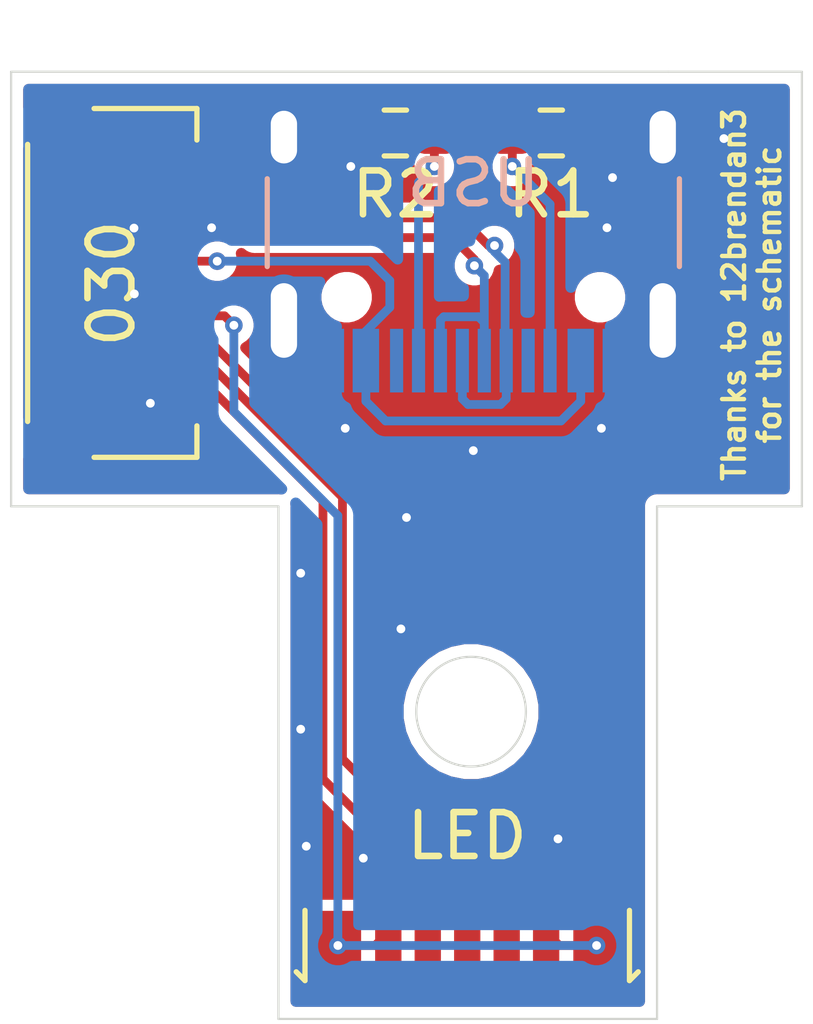
<source format=kicad_pcb>
(kicad_pcb (version 20171130) (host pcbnew "(5.1.10)-1")

  (general
    (thickness 1.6)
    (drawings 11)
    (tracks 119)
    (zones 0)
    (modules 5)
    (nets 13)
  )

  (page A4)
  (layers
    (0 F.Cu signal)
    (31 B.Cu signal)
    (32 B.Adhes user hide)
    (33 F.Adhes user hide)
    (34 B.Paste user)
    (35 F.Paste user)
    (36 B.SilkS user)
    (37 F.SilkS user)
    (38 B.Mask user)
    (39 F.Mask user)
    (40 Dwgs.User user hide)
    (41 Cmts.User user hide)
    (42 Eco1.User user hide)
    (43 Eco2.User user hide)
    (44 Edge.Cuts user)
    (45 Margin user hide)
    (46 B.CrtYd user hide)
    (47 F.CrtYd user hide)
    (48 B.Fab user hide)
    (49 F.Fab user hide)
  )

  (setup
    (last_trace_width 0.2)
    (user_trace_width 0.2)
    (trace_clearance 0.175)
    (zone_clearance 0.25)
    (zone_45_only no)
    (trace_min 0.15)
    (via_size 0.4)
    (via_drill 0.2)
    (via_min_size 0.4)
    (via_min_drill 0.2)
    (user_via 0.6 0.3)
    (uvia_size 0.4)
    (uvia_drill 0.2)
    (uvias_allowed no)
    (uvia_min_size 0.4)
    (uvia_min_drill 0.2)
    (edge_width 0.05)
    (segment_width 0.2)
    (pcb_text_width 0.3)
    (pcb_text_size 1.5 1.5)
    (mod_edge_width 0.12)
    (mod_text_size 1 1)
    (mod_text_width 0.15)
    (pad_size 1.524 1.524)
    (pad_drill 0.762)
    (pad_to_mask_clearance 0)
    (aux_axis_origin 0 0)
    (visible_elements 7FFFFFFF)
    (pcbplotparams
      (layerselection 0x010f0_ffffffff)
      (usegerberextensions false)
      (usegerberattributes true)
      (usegerberadvancedattributes true)
      (creategerberjobfile true)
      (excludeedgelayer true)
      (linewidth 0.100000)
      (plotframeref false)
      (viasonmask false)
      (mode 1)
      (useauxorigin false)
      (hpglpennumber 1)
      (hpglpenspeed 20)
      (hpglpendiameter 15.000000)
      (psnegative false)
      (psa4output false)
      (plotreference true)
      (plotvalue true)
      (plotinvisibletext false)
      (padsonsilk false)
      (subtractmaskfromsilk false)
      (outputformat 1)
      (mirror false)
      (drillshape 0)
      (scaleselection 1)
      (outputdirectory "../Gerbers/030/"))
  )

  (net 0 "")
  (net 1 +5V)
  (net 2 /G)
  (net 3 /R)
  (net 4 /B)
  (net 5 GND)
  (net 6 /D+)
  (net 7 /D-)
  (net 8 "Net-(J2-PadB5)")
  (net 9 "Net-(J2-PadA8)")
  (net 10 "Net-(J2-PadA5)")
  (net 11 "Net-(J2-PadB8)")
  (net 12 /Annode)

  (net_class Default "This is the default net class."
    (clearance 0.175)
    (trace_width 0.2)
    (via_dia 0.4)
    (via_drill 0.2)
    (uvia_dia 0.4)
    (uvia_drill 0.2)
    (add_net +5V)
    (add_net /Annode)
    (add_net /B)
    (add_net /D+)
    (add_net /D-)
    (add_net /G)
    (add_net /R)
    (add_net GND)
    (add_net "Net-(J2-PadA5)")
    (add_net "Net-(J2-PadA8)")
    (add_net "Net-(J2-PadB5)")
    (add_net "Net-(J2-PadB8)")
  )

  (module Resistor_SMD:R_0603_1608Metric_Pad0.98x0.95mm_HandSolder (layer F.Cu) (tedit 5F68FEEE) (tstamp 6254EA32)
    (at 104.521 53.721)
    (descr "Resistor SMD 0603 (1608 Metric), square (rectangular) end terminal, IPC_7351 nominal with elongated pad for handsoldering. (Body size source: IPC-SM-782 page 72, https://www.pcb-3d.com/wordpress/wp-content/uploads/ipc-sm-782a_amendment_1_and_2.pdf), generated with kicad-footprint-generator")
    (tags "resistor handsolder")
    (path /62271E0B)
    (attr smd)
    (fp_text reference R2 (at 0 1.397 180) (layer F.SilkS)
      (effects (font (size 1 1) (thickness 0.15)))
    )
    (fp_text value 5.1k (at 0 1.43) (layer F.Fab)
      (effects (font (size 1 1) (thickness 0.15)))
    )
    (fp_line (start 1.65 0.73) (end -1.65 0.73) (layer F.CrtYd) (width 0.05))
    (fp_line (start 1.65 -0.73) (end 1.65 0.73) (layer F.CrtYd) (width 0.05))
    (fp_line (start -1.65 -0.73) (end 1.65 -0.73) (layer F.CrtYd) (width 0.05))
    (fp_line (start -1.65 0.73) (end -1.65 -0.73) (layer F.CrtYd) (width 0.05))
    (fp_line (start -0.254724 0.5225) (end 0.254724 0.5225) (layer F.SilkS) (width 0.12))
    (fp_line (start -0.254724 -0.5225) (end 0.254724 -0.5225) (layer F.SilkS) (width 0.12))
    (fp_line (start 0.8 0.4125) (end -0.8 0.4125) (layer F.Fab) (width 0.1))
    (fp_line (start 0.8 -0.4125) (end 0.8 0.4125) (layer F.Fab) (width 0.1))
    (fp_line (start -0.8 -0.4125) (end 0.8 -0.4125) (layer F.Fab) (width 0.1))
    (fp_line (start -0.8 0.4125) (end -0.8 -0.4125) (layer F.Fab) (width 0.1))
    (fp_text user %R (at 0 0) (layer F.Fab)
      (effects (font (size 0.4 0.4) (thickness 0.06)))
    )
    (pad 2 smd roundrect (at 0.9125 0) (size 0.975 0.95) (layers F.Cu F.Paste F.Mask) (roundrect_rratio 0.25)
      (net 10 "Net-(J2-PadA5)"))
    (pad 1 smd roundrect (at -0.9125 0) (size 0.975 0.95) (layers F.Cu F.Paste F.Mask) (roundrect_rratio 0.25)
      (net 5 GND))
    (model ${KISYS3DMOD}/Resistor_SMD.3dshapes/R_0603_1608Metric.wrl
      (at (xyz 0 0 0))
      (scale (xyz 1 1 1))
      (rotate (xyz 0 0 0))
    )
  )

  (module Connector_USB:USB_C_Receptacle_HRO_TYPE-C-31-M-12 (layer B.Cu) (tedit 6227DAC5) (tstamp 62273017)
    (at 106.299 54.864)
    (descr "USB Type-C receptacle for USB 2.0 and PD, http://www.krhro.com/uploads/soft/180320/1-1P320120243.pdf")
    (tags "usb usb-c 2.0 pd")
    (path /6226C837)
    (attr smd)
    (fp_text reference USB (at 0 0) (layer B.SilkS)
      (effects (font (size 1 1) (thickness 0.15)) (justify mirror))
    )
    (fp_text value USB_C_Receptacle_USB2.0 (at 0 -5.1) (layer B.Fab)
      (effects (font (size 1 1) (thickness 0.15)) (justify mirror))
    )
    (fp_line (start -4.7 1.9) (end -4.7 -0.1) (layer B.SilkS) (width 0.12))
    (fp_line (start 4.7 1.9) (end 4.7 -0.1) (layer B.SilkS) (width 0.12))
    (fp_line (start 5.32 5.27) (end 5.32 -4.15) (layer B.CrtYd) (width 0.05))
    (fp_line (start -5.32 5.27) (end -5.32 -4.15) (layer B.CrtYd) (width 0.05))
    (fp_line (start -5.32 -4.15) (end 5.32 -4.15) (layer B.CrtYd) (width 0.05))
    (fp_line (start -5.32 5.27) (end 5.32 5.27) (layer B.CrtYd) (width 0.05))
    (fp_line (start 4.47 3.65) (end 4.47 -3.65) (layer B.Fab) (width 0.1))
    (fp_line (start -4.47 -3.65) (end 4.47 -3.65) (layer B.Fab) (width 0.1))
    (fp_line (start -4.47 3.65) (end -4.47 -3.65) (layer B.Fab) (width 0.1))
    (fp_line (start -4.47 3.65) (end 4.47 3.65) (layer B.Fab) (width 0.1))
    (fp_text user %R (at 0 0) (layer B.Fab)
      (effects (font (size 1 1) (thickness 0.15)) (justify mirror))
    )
    (pad S1 thru_hole oval (at 4.32 -1.05) (size 1 1.6) (drill oval 0.6 1.2) (layers *.Cu *.Mask)
      (net 5 GND))
    (pad "" np_thru_hole circle (at 2.89 2.6) (size 0.65 0.65) (drill 0.65) (layers *.Cu *.Mask))
    (pad S1 thru_hole oval (at -4.32 -1.05) (size 1 1.6) (drill oval 0.6 1.2) (layers *.Cu *.Mask)
      (net 5 GND))
    (pad "" np_thru_hole circle (at -2.89 2.6) (size 0.65 0.65) (drill 0.65) (layers *.Cu *.Mask))
    (pad S1 thru_hole oval (at -4.32 3.13) (size 1 2.1) (drill oval 0.6 1.7) (layers *.Cu *.Mask)
      (net 5 GND))
    (pad S1 thru_hole oval (at 4.32 3.13) (size 1 2.1) (drill oval 0.6 1.7) (layers *.Cu *.Mask)
      (net 5 GND))
    (pad A6 smd rect (at -0.25 4.045) (size 0.3 1.45) (layers B.Cu B.Paste B.Mask)
      (net 6 /D+))
    (pad B5 smd rect (at 1.75 4.045) (size 0.3 1.45) (layers B.Cu B.Paste B.Mask)
      (net 8 "Net-(J2-PadB5)"))
    (pad A8 smd rect (at 1.25 4.045) (size 0.3 1.45) (layers B.Cu B.Paste B.Mask)
      (net 9 "Net-(J2-PadA8)"))
    (pad B6 smd rect (at 0.75 4.045) (size 0.3 1.45) (layers B.Cu B.Paste B.Mask)
      (net 6 /D+))
    (pad A7 smd rect (at 0.25 4.045) (size 0.3 1.45) (layers B.Cu B.Paste B.Mask)
      (net 7 /D-))
    (pad B7 smd rect (at -0.75 4.045) (size 0.3 1.45) (layers B.Cu B.Paste B.Mask)
      (net 7 /D-))
    (pad A5 smd rect (at -1.25 4.045) (size 0.3 1.45) (layers B.Cu B.Paste B.Mask)
      (net 10 "Net-(J2-PadA5)"))
    (pad B8 smd rect (at -1.75 4.045) (size 0.3 1.45) (layers B.Cu B.Paste B.Mask)
      (net 11 "Net-(J2-PadB8)"))
    (pad A12 smd rect (at 3.25 4.045) (size 0.6 1.45) (layers B.Cu B.Paste B.Mask)
      (net 5 GND))
    (pad B4 smd rect (at 2.45 4.045) (size 0.6 1.45) (layers B.Cu B.Paste B.Mask)
      (net 1 +5V))
    (pad A4 smd rect (at -2.45 4.045) (size 0.6 1.45) (layers B.Cu B.Paste B.Mask)
      (net 1 +5V))
    (pad A1 smd rect (at -3.25 4.045) (size 0.6 1.45) (layers B.Cu B.Paste B.Mask)
      (net 5 GND))
    (pad B12 smd rect (at -3.25 4.045) (size 0.6 1.45) (layers B.Cu B.Paste B.Mask)
      (net 5 GND))
    (pad B9 smd rect (at -2.45 4.045) (size 0.6 1.45) (layers B.Cu B.Paste B.Mask)
      (net 1 +5V))
    (pad A9 smd rect (at 2.45 4.045) (size 0.6 1.45) (layers B.Cu B.Paste B.Mask)
      (net 1 +5V))
    (pad B1 smd rect (at 3.25 4.045) (size 0.6 1.45) (layers B.Cu B.Paste B.Mask)
      (net 5 GND))
    (model ${KISYS3DMOD}/Connector_USB.3dshapes/USB_C_Receptacle_HRO_TYPE-C-31-M-12.wrl
      (at (xyz 0 0 0))
      (scale (xyz 1 1 1))
      (rotate (xyz 0 0 0))
    )
  )

  (module "Molex 5034801200:503480-1200" (layer F.Cu) (tedit 6226D3C6) (tstamp 62273D47)
    (at 98.0646 57.138001 270)
    (path /622766B6)
    (fp_text reference J1 (at 0 -1.5034 270) (layer F.SilkS) hide
      (effects (font (size 1 1) (thickness 0.15)))
    )
    (fp_text value 030 (at 0.011999 0.0206 270) (layer F.SilkS)
      (effects (font (size 1 1) (thickness 0.15)))
    )
    (fp_line (start -3.1585 1.9304) (end 3.1585 1.9304) (layer F.SilkS) (width 0.12))
    (fp_line (start 3.9751 0.414919) (end 3.9751 -1.9304) (layer F.SilkS) (width 0.12))
    (fp_line (start 3.9751 -1.9304) (end 3.257345 -1.9304) (layer F.SilkS) (width 0.12))
    (fp_line (start -3.9751 -1.9304) (end -3.9751 0.414919) (layer F.SilkS) (width 0.12))
    (fp_line (start -3.8481 1.8034) (end 3.8481 1.8034) (layer F.Fab) (width 0.1))
    (fp_line (start 3.8481 1.8034) (end 3.8481 -1.8034) (layer F.Fab) (width 0.1))
    (fp_line (start 3.8481 -1.8034) (end -3.8481 -1.8034) (layer F.Fab) (width 0.1))
    (fp_line (start -3.8481 -1.8034) (end -3.8481 1.8034) (layer F.Fab) (width 0.1))
    (fp_line (start -3.257345 -1.9304) (end -3.9751 -1.9304) (layer F.SilkS) (width 0.12))
    (fp_line (start -4.1021 -2.1384) (end -4.1021 2.0574) (layer F.CrtYd) (width 0.05))
    (fp_line (start -4.1021 2.0574) (end 4.1021 2.0574) (layer F.CrtYd) (width 0.05))
    (fp_line (start 4.1021 2.0574) (end 4.1021 -2.1384) (layer F.CrtYd) (width 0.05))
    (fp_line (start 4.1021 -2.1384) (end -4.1021 -2.1384) (layer F.CrtYd) (width 0.05))
    (fp_text user "Copyright 2021 Accelerated Designs. All rights reserved." (at 0 0 270) (layer Cmts.User)
      (effects (font (size 0.127 0.127) (thickness 0.002)))
    )
    (fp_text user * (at 0 0 270) (layer F.Fab)
      (effects (font (size 1 1) (thickness 0.15)))
    )
    (pad 1 smd rect (at -2.75 -1.5034 270) (size 0.3556 0.762) (layers F.Cu F.Paste F.Mask)
      (net 5 GND))
    (pad 2 smd rect (at -2.250001 -1.5034 270) (size 0.3556 0.762) (layers F.Cu F.Paste F.Mask)
      (net 6 /D+))
    (pad 3 smd rect (at -1.749999 -1.5034 270) (size 0.3556 0.762) (layers F.Cu F.Paste F.Mask)
      (net 7 /D-))
    (pad 4 smd rect (at -1.25 -1.5034 270) (size 0.3556 0.762) (layers F.Cu F.Paste F.Mask)
      (net 5 GND))
    (pad 5 smd rect (at -0.750001 -1.5034 270) (size 0.3556 0.762) (layers F.Cu F.Paste F.Mask)
      (net 1 +5V))
    (pad 6 smd rect (at -0.25 -1.5034 270) (size 0.3556 0.762) (layers F.Cu F.Paste F.Mask)
      (net 1 +5V))
    (pad 7 smd rect (at 0.25 -1.5034 270) (size 0.3556 0.762) (layers F.Cu F.Paste F.Mask)
      (net 5 GND))
    (pad 8 smd rect (at 0.750001 -1.5034 270) (size 0.3556 0.762) (layers F.Cu F.Paste F.Mask)
      (net 12 /Annode))
    (pad 9 smd rect (at 1.25 -1.5034 270) (size 0.3556 0.762) (layers F.Cu F.Paste F.Mask)
      (net 2 /G))
    (pad 10 smd rect (at 1.749999 -1.5034 270) (size 0.3556 0.762) (layers F.Cu F.Paste F.Mask)
      (net 3 /R))
    (pad 11 smd rect (at 2.250001 -1.5034 270) (size 0.3556 0.762) (layers F.Cu F.Paste F.Mask)
      (net 4 /B))
    (pad 12 smd rect (at 2.75 -1.5034 270) (size 0.3556 0.762) (layers F.Cu F.Paste F.Mask)
      (net 5 GND))
    (pad 13 smd rect (at -3.540001 1.1466 270) (size 0.3556 1.0414) (layers F.Cu F.Paste F.Mask))
    (pad 14 smd rect (at 3.540001 1.1466 270) (size 0.3556 1.0414) (layers F.Cu F.Paste F.Mask))
  )

  (module MSL0104RGB:MSL0104RGB (layer F.Cu) (tedit 6118361D) (tstamp 625B80A6)
    (at 106.16 71.94 180)
    (path /6226D102)
    (fp_text reference D1 (at 0 -5.9) (layer F.Fab)
      (effects (font (size 1 1) (thickness 0.15)))
    )
    (fp_text value MSL0104RGB (at 0 -4.6) (layer F.Fab)
      (effects (font (size 1 1) (thickness 0.15)))
    )
    (fp_line (start 3.7 0.5) (end 3.7 -1.1) (layer F.SilkS) (width 0.12))
    (fp_line (start 3.7 -1.1) (end 3.9 -0.9) (layer F.SilkS) (width 0.12))
    (fp_line (start -3.7 0.5) (end -3.7 -1.1) (layer F.SilkS) (width 0.12))
    (fp_line (start -3.7 -1.1) (end -3.9 -0.9) (layer F.SilkS) (width 0.12))
    (fp_text user LED (at 0.002 2.196) (layer F.SilkS)
      (effects (font (size 1 1) (thickness 0.15)))
    )
    (pad 1 smd rect (at -2.95 -0.3 180) (size 1.06 1.58) (layers F.Cu F.Paste F.Mask)
      (net 12 /Annode))
    (pad 2 smd rect (at -1.8 0 180) (size 0.6 2.18) (layers F.Cu F.Paste F.Mask)
      (net 12 /Annode))
    (pad 3 smd rect (at -0.9 0 180) (size 0.6 2.18) (layers F.Cu F.Paste F.Mask)
      (net 2 /G))
    (pad 4 smd rect (at 0 0 180) (size 0.6 2.18) (layers F.Cu F.Paste F.Mask)
      (net 3 /R))
    (pad 5 smd rect (at 0.9 0 180) (size 0.6 2.18) (layers F.Cu F.Paste F.Mask)
      (net 4 /B))
    (pad 6 smd rect (at 1.8 0 180) (size 0.6 2.18) (layers F.Cu F.Paste F.Mask)
      (net 12 /Annode))
    (pad 7 smd rect (at 2.95 -0.3 180) (size 1.06 1.58) (layers F.Cu F.Paste F.Mask)
      (net 12 /Annode))
  )

  (module Resistor_SMD:R_0603_1608Metric_Pad0.98x0.95mm_HandSolder (layer F.Cu) (tedit 5F68FEEE) (tstamp 62272FA0)
    (at 108.077 53.721)
    (descr "Resistor SMD 0603 (1608 Metric), square (rectangular) end terminal, IPC_7351 nominal with elongated pad for handsoldering. (Body size source: IPC-SM-782 page 72, https://www.pcb-3d.com/wordpress/wp-content/uploads/ipc-sm-782a_amendment_1_and_2.pdf), generated with kicad-footprint-generator")
    (tags "resistor handsolder")
    (path /622719F9)
    (attr smd)
    (fp_text reference R1 (at 0 1.397) (layer F.SilkS)
      (effects (font (size 1 1) (thickness 0.15)))
    )
    (fp_text value 5.1k (at 0 1.43) (layer F.Fab)
      (effects (font (size 1 1) (thickness 0.15)))
    )
    (fp_line (start -0.8 0.4125) (end -0.8 -0.4125) (layer F.Fab) (width 0.1))
    (fp_line (start -0.8 -0.4125) (end 0.8 -0.4125) (layer F.Fab) (width 0.1))
    (fp_line (start 0.8 -0.4125) (end 0.8 0.4125) (layer F.Fab) (width 0.1))
    (fp_line (start 0.8 0.4125) (end -0.8 0.4125) (layer F.Fab) (width 0.1))
    (fp_line (start -0.254724 -0.5225) (end 0.254724 -0.5225) (layer F.SilkS) (width 0.12))
    (fp_line (start -0.254724 0.5225) (end 0.254724 0.5225) (layer F.SilkS) (width 0.12))
    (fp_line (start -1.65 0.73) (end -1.65 -0.73) (layer F.CrtYd) (width 0.05))
    (fp_line (start -1.65 -0.73) (end 1.65 -0.73) (layer F.CrtYd) (width 0.05))
    (fp_line (start 1.65 -0.73) (end 1.65 0.73) (layer F.CrtYd) (width 0.05))
    (fp_line (start 1.65 0.73) (end -1.65 0.73) (layer F.CrtYd) (width 0.05))
    (fp_text user %R (at 0 0) (layer F.Fab)
      (effects (font (size 0.4 0.4) (thickness 0.06)))
    )
    (pad 1 smd roundrect (at -0.9125 0) (size 0.975 0.95) (layers F.Cu F.Paste F.Mask) (roundrect_rratio 0.25)
      (net 8 "Net-(J2-PadB5)"))
    (pad 2 smd roundrect (at 0.9125 0) (size 0.975 0.95) (layers F.Cu F.Paste F.Mask) (roundrect_rratio 0.25)
      (net 5 GND))
    (model ${KISYS3DMOD}/Resistor_SMD.3dshapes/R_0603_1608Metric.wrl
      (at (xyz 0 0 0))
      (scale (xyz 1 1 1))
      (rotate (xyz 0 0 0))
    )
  )

  (gr_text "Thanks to 12brendan3\nfor the schematic" (at 112.649 57.404 90) (layer F.SilkS)
    (effects (font (size 0.5 0.5) (thickness 0.1)))
  )
  (gr_line (start 101.854 73.914) (end 110.49 73.914) (layer Edge.Cuts) (width 0.05))
  (gr_line (start 95.758 52.324) (end 95.758 62.23) (layer Edge.Cuts) (width 0.05))
  (gr_line (start 95.758 62.23) (end 101.854 62.23) (layer Edge.Cuts) (width 0.05))
  (gr_line (start 110.744 52.324) (end 95.758 52.324) (layer Edge.Cuts) (width 0.05))
  (gr_line (start 101.854 62.23) (end 101.854 73.914) (layer Edge.Cuts) (width 0.05))
  (gr_line (start 110.49 73.914) (end 110.49 62.23) (layer Edge.Cuts) (width 0.05) (tstamp 62273066))
  (gr_circle (center 106.247557 66.91) (end 107.497556 66.91) (layer Edge.Cuts) (width 0.05) (tstamp 62273069))
  (gr_line (start 110.49 62.23) (end 113.792 62.23) (layer Edge.Cuts) (width 0.05) (tstamp 6227306C))
  (gr_line (start 113.792 62.23) (end 113.792 52.324) (layer Edge.Cuts) (width 0.05) (tstamp 6227306F))
  (gr_line (start 113.792 52.324) (end 110.744 52.324) (layer Edge.Cuts) (width 0.05))

  (via (at 100.457 56.642) (size 0.4) (drill 0.2) (layers F.Cu B.Cu) (net 1))
  (segment (start 99.568 56.642) (end 100.457 56.642) (width 0.2) (layer F.Cu) (net 1))
  (segment (start 99.568 56.388) (end 99.568 56.642) (width 0.2) (layer F.Cu) (net 1))
  (segment (start 99.568 56.642) (end 99.568 56.888001) (width 0.2) (layer F.Cu) (net 1))
  (segment (start 104.009001 58.748999) (end 103.849 58.909) (width 0.2) (layer B.Cu) (net 1))
  (segment (start 108.749 59.834) (end 108.749 58.909) (width 0.2) (layer B.Cu) (net 1))
  (segment (start 108.298989 60.284011) (end 108.749 59.834) (width 0.2) (layer B.Cu) (net 1))
  (segment (start 104.299011 60.284011) (end 108.298989 60.284011) (width 0.2) (layer B.Cu) (net 1))
  (segment (start 103.849 59.834) (end 104.299011 60.284011) (width 0.2) (layer B.Cu) (net 1))
  (segment (start 103.849 58.909) (end 103.849 59.834) (width 0.2) (layer B.Cu) (net 1))
  (segment (start 103.849 58.238998) (end 103.849 58.909) (width 0.2) (layer B.Cu) (net 1))
  (segment (start 104.394 57.693998) (end 103.849 58.238998) (width 0.2) (layer B.Cu) (net 1))
  (segment (start 104.394 57.0865) (end 104.394 57.693998) (width 0.2) (layer B.Cu) (net 1))
  (segment (start 103.9495 56.642) (end 104.394 57.0865) (width 0.2) (layer B.Cu) (net 1))
  (segment (start 100.457 56.642) (end 103.9495 56.642) (width 0.2) (layer B.Cu) (net 1))
  (segment (start 100.209687 58.388001) (end 103.759 61.937314) (width 0.2) (layer F.Cu) (net 2))
  (segment (start 99.568 58.388001) (end 100.209687 58.388001) (width 0.2) (layer F.Cu) (net 2))
  (segment (start 107.072 70.846) (end 107.072 72.136) (width 0.2) (layer F.Cu) (net 2))
  (segment (start 103.759 67.533) (end 107.072 70.846) (width 0.2) (layer F.Cu) (net 2))
  (segment (start 103.759 61.937314) (end 103.759 67.533) (width 0.2) (layer F.Cu) (net 2))
  (segment (start 100.179342 58.888) (end 103.3145 62.023158) (width 0.2) (layer F.Cu) (net 3))
  (segment (start 99.568 58.888) (end 100.179342 58.888) (width 0.2) (layer F.Cu) (net 3))
  (segment (start 106.172 70.846) (end 106.172 72.136) (width 0.2) (layer F.Cu) (net 3))
  (segment (start 103.3145 67.9885) (end 106.172 70.846) (width 0.2) (layer F.Cu) (net 3))
  (segment (start 103.3145 62.023158) (end 103.3145 67.9885) (width 0.2) (layer F.Cu) (net 3))
  (segment (start 99.568001 59.388001) (end 99.568 59.388002) (width 0.2) (layer F.Cu) (net 4))
  (segment (start 100.149 59.388002) (end 102.87 62.109002) (width 0.2) (layer F.Cu) (net 4))
  (segment (start 99.568 59.388002) (end 100.149 59.388002) (width 0.2) (layer F.Cu) (net 4))
  (segment (start 105.272 70.846) (end 105.272 72.136) (width 0.2) (layer F.Cu) (net 4))
  (segment (start 102.87 68.444) (end 105.272 70.846) (width 0.2) (layer F.Cu) (net 4))
  (segment (start 102.87 62.109002) (end 102.87 68.444) (width 0.2) (layer F.Cu) (net 4))
  (segment (start 99.568 55.888001) (end 98.560001 55.888001) (width 0.2) (layer F.Cu) (net 5))
  (segment (start 99.568 57.388001) (end 98.567999 57.388001) (width 0.2) (layer F.Cu) (net 5))
  (segment (start 99.568 54.388001) (end 99.568 54.356) (width 0.2) (layer F.Cu) (net 5))
  (segment (start 98.560001 55.888001) (end 98.560001 55.888001) (width 0.2) (layer F.Cu) (net 5) (tstamp 62273A5C))
  (via (at 98.560001 55.888001) (size 0.4) (drill 0.2) (layers F.Cu B.Cu) (net 5))
  (segment (start 98.567999 57.388001) (end 98.567999 57.388001) (width 0.2) (layer F.Cu) (net 5) (tstamp 62273A5E))
  (via (at 98.567999 57.388001) (size 0.4) (drill 0.2) (layers F.Cu B.Cu) (net 5))
  (via (at 98.933 59.8805) (size 0.4) (drill 0.2) (layers F.Cu B.Cu) (net 5))
  (segment (start 98.940501 59.888001) (end 98.933 59.8805) (width 0.2) (layer F.Cu) (net 5))
  (segment (start 99.568 59.888001) (end 98.940501 59.888001) (width 0.2) (layer F.Cu) (net 5))
  (via (at 100.33 55.88) (size 0.4) (drill 0.2) (layers F.Cu B.Cu) (net 5))
  (segment (start 100.321999 55.888001) (end 100.33 55.88) (width 0.2) (layer F.Cu) (net 5))
  (segment (start 99.568 55.888001) (end 100.321999 55.888001) (width 0.2) (layer F.Cu) (net 5))
  (segment (start 99.568 54.388001) (end 99.568 54.102) (width 0.2) (layer F.Cu) (net 5))
  (via (at 102.362 63.754) (size 0.4) (drill 0.2) (layers F.Cu B.Cu) (net 5))
  (via (at 102.362 67.31) (size 0.4) (drill 0.2) (layers F.Cu B.Cu) (net 5))
  (via (at 102.489 69.977) (size 0.4) (drill 0.2) (layers F.Cu B.Cu) (net 5))
  (via (at 103.79 70.25) (size 0.4) (drill 0.2) (layers F.Cu B.Cu) (net 5))
  (via (at 108.23 69.81) (size 0.4) (drill 0.2) (layers F.Cu B.Cu) (net 5))
  (via (at 104.648 65.024) (size 0.4) (drill 0.2) (layers F.Cu B.Cu) (net 5))
  (via (at 104.775 62.484) (size 0.4) (drill 0.2) (layers F.Cu B.Cu) (net 5))
  (via (at 109.22 60.452) (size 0.4) (drill 0.2) (layers F.Cu B.Cu) (net 5))
  (via (at 109.347 55.88) (size 0.4) (drill 0.2) (layers F.Cu B.Cu) (net 5))
  (via (at 109.474 54.737) (size 0.4) (drill 0.2) (layers F.Cu B.Cu) (net 5))
  (via (at 103.505 54.483) (size 0.4) (drill 0.2) (layers F.Cu B.Cu) (net 5))
  (via (at 112.014 53.848) (size 0.4) (drill 0.2) (layers F.Cu B.Cu) (net 5))
  (via (at 103.378 60.452) (size 0.4) (drill 0.2) (layers F.Cu B.Cu) (net 5))
  (via (at 106.299 60.96) (size 0.4) (drill 0.2) (layers F.Cu B.Cu) (net 5))
  (segment (start 99.615201 54.935201) (end 99.568 54.888) (width 0.2) (layer F.Cu) (net 6))
  (via (at 106.78281 56.28519) (size 0.4) (drill 0.2) (layers F.Cu B.Cu) (net 6))
  (segment (start 106.641389 56.28519) (end 106.78281 56.28519) (width 0.2) (layer F.Cu) (net 6))
  (segment (start 100.139501 54.888) (end 100.164502 54.913001) (width 0.2) (layer F.Cu) (net 6))
  (segment (start 99.568 54.888) (end 100.139501 54.888) (width 0.2) (layer F.Cu) (net 6))
  (segment (start 100.164502 54.913001) (end 100.760701 54.913001) (width 0.2) (layer F.Cu) (net 6))
  (segment (start 100.760701 54.913001) (end 101.5027 55.655) (width 0.2) (layer F.Cu) (net 6))
  (segment (start 101.5027 55.655) (end 106.011199 55.655) (width 0.2) (layer F.Cu) (net 6))
  (segment (start 106.011199 55.655) (end 106.641389 56.28519) (width 0.2) (layer F.Cu) (net 6))
  (segment (start 107.049 59.779002) (end 107.049 58.909) (width 0.2) (layer B.Cu) (net 6))
  (segment (start 106.178999 59.909001) (end 106.919001 59.909001) (width 0.2) (layer B.Cu) (net 6))
  (segment (start 106.049 59.779002) (end 106.178999 59.909001) (width 0.2) (layer B.Cu) (net 6))
  (segment (start 106.919001 59.909001) (end 107.049 59.779002) (width 0.2) (layer B.Cu) (net 6))
  (segment (start 106.049 58.909) (end 106.049 59.779002) (width 0.2) (layer B.Cu) (net 6))
  (segment (start 107.024 58.884) (end 107.049 58.909) (width 0.2) (layer B.Cu) (net 6))
  (segment (start 107.024 56.667801) (end 107.024 58.884) (width 0.2) (layer B.Cu) (net 6))
  (segment (start 106.78281 56.426611) (end 107.024 56.667801) (width 0.2) (layer B.Cu) (net 6))
  (segment (start 106.78281 56.28519) (end 106.78281 56.426611) (width 0.2) (layer B.Cu) (net 6))
  (segment (start 106.32319 56.603389) (end 106.32319 56.74481) (width 0.2) (layer F.Cu) (net 7))
  (segment (start 105.824801 56.105) (end 106.32319 56.603389) (width 0.2) (layer F.Cu) (net 7))
  (segment (start 101.3163 56.105) (end 105.824801 56.105) (width 0.2) (layer F.Cu) (net 7))
  (segment (start 100.574301 55.363001) (end 101.3163 56.105) (width 0.2) (layer F.Cu) (net 7))
  (via (at 106.32319 56.74481) (size 0.4) (drill 0.2) (layers F.Cu B.Cu) (net 7))
  (segment (start 100.164502 55.363001) (end 100.574301 55.363001) (width 0.2) (layer F.Cu) (net 7))
  (segment (start 99.568 55.388002) (end 100.139501 55.388002) (width 0.2) (layer F.Cu) (net 7))
  (segment (start 100.139501 55.388002) (end 100.164502 55.363001) (width 0.2) (layer F.Cu) (net 7))
  (segment (start 106.549 58.038998) (end 106.549 58.909) (width 0.2) (layer B.Cu) (net 7))
  (segment (start 106.419001 57.908999) (end 106.549 58.038998) (width 0.2) (layer B.Cu) (net 7))
  (segment (start 105.549 57.984) (end 105.624001 57.908999) (width 0.2) (layer B.Cu) (net 7))
  (segment (start 105.549 58.909) (end 105.549 57.984) (width 0.2) (layer B.Cu) (net 7))
  (segment (start 105.624001 57.908999) (end 106.419001 57.908999) (width 0.2) (layer B.Cu) (net 7))
  (segment (start 106.549 56.97062) (end 106.549 58.909) (width 0.2) (layer B.Cu) (net 7))
  (segment (start 106.32319 56.74481) (end 106.549 56.97062) (width 0.2) (layer B.Cu) (net 7))
  (segment (start 108.049 58.909) (end 108.049 58.773) (width 0.25) (layer B.Cu) (net 8))
  (via (at 107.188 54.483) (size 0.4) (drill 0.2) (layers F.Cu B.Cu) (net 8))
  (segment (start 108.049 55.344) (end 107.188 54.483) (width 0.2) (layer B.Cu) (net 8))
  (segment (start 108.049 58.909) (end 108.049 55.344) (width 0.2) (layer B.Cu) (net 8))
  (segment (start 107.188 53.7445) (end 107.1645 53.721) (width 0.2) (layer F.Cu) (net 8))
  (segment (start 107.188 54.483) (end 107.188 53.7445) (width 0.2) (layer F.Cu) (net 8))
  (segment (start 105.029 53.4905) (end 105.1795 53.34) (width 0.2) (layer F.Cu) (net 10))
  (via (at 105.41 54.483) (size 0.4) (drill 0.2) (layers F.Cu B.Cu) (net 10))
  (segment (start 105.049 54.844) (end 105.41 54.483) (width 0.2) (layer B.Cu) (net 10))
  (segment (start 105.049 58.909) (end 105.049 54.844) (width 0.2) (layer B.Cu) (net 10))
  (segment (start 105.41 53.7445) (end 105.4335 53.721) (width 0.2) (layer F.Cu) (net 10))
  (segment (start 105.41 54.483) (end 105.41 53.7445) (width 0.2) (layer F.Cu) (net 10))
  (via (at 100.838 58.1025) (size 0.4) (drill 0.2) (layers F.Cu B.Cu) (net 12))
  (segment (start 100.623502 57.888002) (end 100.838 58.1025) (width 0.2) (layer F.Cu) (net 12))
  (segment (start 99.568 57.888002) (end 100.623502 57.888002) (width 0.2) (layer F.Cu) (net 12))
  (segment (start 104.06 72.24) (end 104.36 71.94) (width 0.2) (layer F.Cu) (net 12))
  (segment (start 103.21 72.24) (end 103.21 72.24) (width 0.2) (layer F.Cu) (net 12))
  (segment (start 108.26 72.24) (end 107.96 71.94) (width 0.2) (layer F.Cu) (net 12))
  (segment (start 109.11 72.24) (end 109.11 72.24) (width 0.2) (layer F.Cu) (net 12))
  (segment (start 103.21 72.24) (end 104.06 72.24) (width 0.2) (layer F.Cu) (net 12) (tstamp 625B8161))
  (via (at 103.21 72.24) (size 0.4) (drill 0.2) (layers F.Cu B.Cu) (net 12))
  (segment (start 109.11 72.24) (end 108.26 72.24) (width 0.2) (layer F.Cu) (net 12) (tstamp 625B8163))
  (via (at 109.11 72.24) (size 0.4) (drill 0.2) (layers F.Cu B.Cu) (net 12))
  (segment (start 109.11 72.24) (end 103.21 72.24) (width 0.2) (layer B.Cu) (net 12))
  (segment (start 100.838 60.071) (end 100.838 58.1025) (width 0.2) (layer B.Cu) (net 12))
  (segment (start 103.21 62.443) (end 100.838 60.071) (width 0.2) (layer B.Cu) (net 12))
  (segment (start 103.21 72.24) (end 103.21 62.443) (width 0.2) (layer B.Cu) (net 12))

  (zone (net 5) (net_name GND) (layer F.Cu) (tstamp 6254ED1D) (hatch edge 0.508)
    (connect_pads yes (clearance 0.25))
    (min_thickness 0.25)
    (fill yes (arc_segments 32) (thermal_gap 0.25) (thermal_bridge_width 0.508))
    (polygon
      (pts
        (xy 113.919 62.357) (xy 110.617 62.357) (xy 110.617 74.041) (xy 101.727 74.041) (xy 101.727 62.357)
        (xy 95.631 62.357) (xy 95.631 52.197) (xy 114.046 52.07)
      )
    )
    (filled_polygon
      (pts
        (xy 113.392 61.83) (xy 110.509647 61.83) (xy 110.49 61.828065) (xy 110.470354 61.83) (xy 110.470353 61.83)
        (xy 110.411586 61.835788) (xy 110.336186 61.85866) (xy 110.266697 61.895803) (xy 110.205789 61.945789) (xy 110.155803 62.006697)
        (xy 110.11866 62.076186) (xy 110.095788 62.151586) (xy 110.088065 62.23) (xy 110.090001 62.249657) (xy 110.09 73.514)
        (xy 102.254 73.514) (xy 102.254 62.249646) (xy 102.255935 62.23) (xy 102.249018 62.159771) (xy 102.395 62.305753)
        (xy 102.395001 68.420658) (xy 102.392702 68.444) (xy 102.401873 68.537116) (xy 102.429035 68.626654) (xy 102.473142 68.709173)
        (xy 102.5325 68.781501) (xy 102.550629 68.796379) (xy 104.227435 70.473186) (xy 104.06 70.473186) (xy 103.986487 70.480426)
        (xy 103.9158 70.501869) (xy 103.850653 70.536691) (xy 103.793552 70.583552) (xy 103.746691 70.640653) (xy 103.711869 70.7058)
        (xy 103.690426 70.776487) (xy 103.683186 70.85) (xy 103.683186 71.073186) (xy 102.68 71.073186) (xy 102.606487 71.080426)
        (xy 102.5358 71.101869) (xy 102.470653 71.136691) (xy 102.413552 71.183552) (xy 102.366691 71.240653) (xy 102.331869 71.3058)
        (xy 102.310426 71.376487) (xy 102.303186 71.45) (xy 102.303186 73.03) (xy 102.310426 73.103513) (xy 102.331869 73.1742)
        (xy 102.366691 73.239347) (xy 102.413552 73.296448) (xy 102.470653 73.343309) (xy 102.5358 73.378131) (xy 102.606487 73.399574)
        (xy 102.68 73.406814) (xy 103.74 73.406814) (xy 103.813513 73.399574) (xy 103.8842 73.378131) (xy 103.9 73.369686)
        (xy 103.9158 73.378131) (xy 103.986487 73.399574) (xy 104.06 73.406814) (xy 104.66 73.406814) (xy 104.733513 73.399574)
        (xy 104.8042 73.378131) (xy 104.81 73.375031) (xy 104.8158 73.378131) (xy 104.886487 73.399574) (xy 104.96 73.406814)
        (xy 105.56 73.406814) (xy 105.633513 73.399574) (xy 105.7042 73.378131) (xy 105.71 73.375031) (xy 105.7158 73.378131)
        (xy 105.786487 73.399574) (xy 105.86 73.406814) (xy 106.46 73.406814) (xy 106.533513 73.399574) (xy 106.6042 73.378131)
        (xy 106.61 73.375031) (xy 106.6158 73.378131) (xy 106.686487 73.399574) (xy 106.76 73.406814) (xy 107.36 73.406814)
        (xy 107.433513 73.399574) (xy 107.5042 73.378131) (xy 107.51 73.375031) (xy 107.5158 73.378131) (xy 107.586487 73.399574)
        (xy 107.66 73.406814) (xy 108.26 73.406814) (xy 108.333513 73.399574) (xy 108.4042 73.378131) (xy 108.42 73.369686)
        (xy 108.4358 73.378131) (xy 108.506487 73.399574) (xy 108.58 73.406814) (xy 109.64 73.406814) (xy 109.713513 73.399574)
        (xy 109.7842 73.378131) (xy 109.849347 73.343309) (xy 109.906448 73.296448) (xy 109.953309 73.239347) (xy 109.988131 73.1742)
        (xy 110.009574 73.103513) (xy 110.016814 73.03) (xy 110.016814 71.45) (xy 110.009574 71.376487) (xy 109.988131 71.3058)
        (xy 109.953309 71.240653) (xy 109.906448 71.183552) (xy 109.849347 71.136691) (xy 109.7842 71.101869) (xy 109.713513 71.080426)
        (xy 109.64 71.073186) (xy 108.636814 71.073186) (xy 108.636814 70.85) (xy 108.629574 70.776487) (xy 108.608131 70.7058)
        (xy 108.573309 70.640653) (xy 108.526448 70.583552) (xy 108.469347 70.536691) (xy 108.4042 70.501869) (xy 108.333513 70.480426)
        (xy 108.26 70.473186) (xy 107.66 70.473186) (xy 107.586487 70.480426) (xy 107.5158 70.501869) (xy 107.51 70.504969)
        (xy 107.5042 70.501869) (xy 107.433513 70.480426) (xy 107.372133 70.474381) (xy 104.234 67.33625) (xy 104.234 66.746311)
        (xy 104.5856 66.746311) (xy 104.5856 67.073689) (xy 104.649468 67.394775) (xy 104.774749 67.697232) (xy 104.95663 67.969436)
        (xy 105.188121 68.200927) (xy 105.460325 68.382808) (xy 105.762782 68.508089) (xy 106.083868 68.571957) (xy 106.411246 68.571957)
        (xy 106.732332 68.508089) (xy 107.034789 68.382808) (xy 107.306993 68.200927) (xy 107.538484 67.969436) (xy 107.720365 67.697232)
        (xy 107.845646 67.394775) (xy 107.909514 67.073689) (xy 107.909514 66.746311) (xy 107.845646 66.425225) (xy 107.720365 66.122768)
        (xy 107.538484 65.850564) (xy 107.306993 65.619073) (xy 107.034789 65.437192) (xy 106.732332 65.311911) (xy 106.411246 65.248043)
        (xy 106.083868 65.248043) (xy 105.762782 65.311911) (xy 105.460325 65.437192) (xy 105.188121 65.619073) (xy 104.95663 65.850564)
        (xy 104.774749 66.122768) (xy 104.649468 66.425225) (xy 104.5856 66.746311) (xy 104.234 66.746311) (xy 104.234 61.960646)
        (xy 104.236298 61.937314) (xy 104.227127 61.844198) (xy 104.199966 61.75466) (xy 104.155859 61.672141) (xy 104.111374 61.617936)
        (xy 104.096501 61.599813) (xy 104.078377 61.584939) (xy 101.106921 58.613485) (xy 101.110365 58.612058) (xy 101.204541 58.549132)
        (xy 101.284632 58.469041) (xy 101.347558 58.374865) (xy 101.390903 58.270221) (xy 101.413 58.159133) (xy 101.413 58.045867)
        (xy 101.390903 57.934779) (xy 101.347558 57.830135) (xy 101.284632 57.735959) (xy 101.204541 57.655868) (xy 101.110365 57.592942)
        (xy 101.005721 57.549597) (xy 100.945243 57.537567) (xy 100.888675 57.491143) (xy 100.806156 57.447036) (xy 100.716618 57.419875)
        (xy 100.646834 57.413002) (xy 100.623502 57.410704) (xy 100.60017 57.413002) (xy 100.177976 57.413002) (xy 100.158347 57.396893)
        (xy 100.15491 57.395056) (xy 102.709 57.395056) (xy 102.709 57.532944) (xy 102.735901 57.668182) (xy 102.788668 57.795574)
        (xy 102.865274 57.910224) (xy 102.962776 58.007726) (xy 103.077426 58.084332) (xy 103.204818 58.137099) (xy 103.340056 58.164)
        (xy 103.477944 58.164) (xy 103.613182 58.137099) (xy 103.740574 58.084332) (xy 103.855224 58.007726) (xy 103.952726 57.910224)
        (xy 104.029332 57.795574) (xy 104.082099 57.668182) (xy 104.109 57.532944) (xy 104.109 57.395056) (xy 108.489 57.395056)
        (xy 108.489 57.532944) (xy 108.515901 57.668182) (xy 108.568668 57.795574) (xy 108.645274 57.910224) (xy 108.742776 58.007726)
        (xy 108.857426 58.084332) (xy 108.984818 58.137099) (xy 109.120056 58.164) (xy 109.257944 58.164) (xy 109.393182 58.137099)
        (xy 109.520574 58.084332) (xy 109.635224 58.007726) (xy 109.732726 57.910224) (xy 109.809332 57.795574) (xy 109.862099 57.668182)
        (xy 109.889 57.532944) (xy 109.889 57.395056) (xy 109.862099 57.259818) (xy 109.809332 57.132426) (xy 109.732726 57.017776)
        (xy 109.635224 56.920274) (xy 109.520574 56.843668) (xy 109.393182 56.790901) (xy 109.257944 56.764) (xy 109.120056 56.764)
        (xy 108.984818 56.790901) (xy 108.857426 56.843668) (xy 108.742776 56.920274) (xy 108.645274 57.017776) (xy 108.568668 57.132426)
        (xy 108.515901 57.259818) (xy 108.489 57.395056) (xy 104.109 57.395056) (xy 104.082099 57.259818) (xy 104.029332 57.132426)
        (xy 103.952726 57.017776) (xy 103.855224 56.920274) (xy 103.740574 56.843668) (xy 103.613182 56.790901) (xy 103.477944 56.764)
        (xy 103.340056 56.764) (xy 103.204818 56.790901) (xy 103.077426 56.843668) (xy 102.962776 56.920274) (xy 102.865274 57.017776)
        (xy 102.788668 57.132426) (xy 102.735901 57.259818) (xy 102.709 57.395056) (xy 100.15491 57.395056) (xy 100.141712 57.388002)
        (xy 100.158347 57.37911) (xy 100.215448 57.332249) (xy 100.262309 57.275148) (xy 100.297131 57.210001) (xy 100.301004 57.197235)
        (xy 100.400367 57.217) (xy 100.513633 57.217) (xy 100.624721 57.194903) (xy 100.729365 57.151558) (xy 100.823541 57.088632)
        (xy 100.903632 57.008541) (xy 100.966558 56.914365) (xy 101.009903 56.809721) (xy 101.032 56.698633) (xy 101.032 56.585367)
        (xy 101.009903 56.474279) (xy 101.00598 56.464808) (xy 101.051127 56.501859) (xy 101.133646 56.545966) (xy 101.196022 56.564888)
        (xy 101.223183 56.573127) (xy 101.316299 56.582298) (xy 101.339632 56.58) (xy 105.628051 56.58) (xy 105.74819 56.70014)
        (xy 105.74819 56.801443) (xy 105.770287 56.912531) (xy 105.813632 57.017175) (xy 105.876558 57.111351) (xy 105.956649 57.191442)
        (xy 106.050825 57.254368) (xy 106.155469 57.297713) (xy 106.266557 57.31981) (xy 106.379823 57.31981) (xy 106.490911 57.297713)
        (xy 106.595555 57.254368) (xy 106.689731 57.191442) (xy 106.769822 57.111351) (xy 106.832748 57.017175) (xy 106.876093 56.912531)
        (xy 106.888443 56.850443) (xy 106.950531 56.838093) (xy 107.055175 56.794748) (xy 107.149351 56.731822) (xy 107.229442 56.651731)
        (xy 107.292368 56.557555) (xy 107.335713 56.452911) (xy 107.35781 56.341823) (xy 107.35781 56.228557) (xy 107.335713 56.117469)
        (xy 107.292368 56.012825) (xy 107.229442 55.918649) (xy 107.149351 55.838558) (xy 107.055175 55.775632) (xy 106.950531 55.732287)
        (xy 106.839443 55.71019) (xy 106.73814 55.71019) (xy 106.363583 55.335634) (xy 106.3487 55.317499) (xy 106.276372 55.258141)
        (xy 106.193853 55.214034) (xy 106.104315 55.186873) (xy 106.011199 55.177702) (xy 105.987867 55.18) (xy 101.699451 55.18)
        (xy 101.113085 54.593635) (xy 101.098202 54.5755) (xy 101.025874 54.516142) (xy 100.943355 54.472035) (xy 100.853817 54.444874)
        (xy 100.784033 54.438001) (xy 100.760701 54.435703) (xy 100.737369 54.438001) (xy 100.292377 54.438001) (xy 100.232617 54.419873)
        (xy 100.180041 54.414695) (xy 100.158347 54.396891) (xy 100.0932 54.362069) (xy 100.022513 54.340626) (xy 99.949 54.333386)
        (xy 99.187 54.333386) (xy 99.113487 54.340626) (xy 99.0428 54.362069) (xy 98.977653 54.396891) (xy 98.920552 54.443752)
        (xy 98.873691 54.500853) (xy 98.838869 54.566) (xy 98.817426 54.636687) (xy 98.810186 54.7102) (xy 98.810186 55.0658)
        (xy 98.817297 55.138001) (xy 98.810186 55.210202) (xy 98.810186 55.565802) (xy 98.817426 55.639315) (xy 98.838869 55.710002)
        (xy 98.873691 55.775149) (xy 98.920552 55.83225) (xy 98.977653 55.879111) (xy 98.994285 55.888001) (xy 98.977653 55.896891)
        (xy 98.920552 55.943752) (xy 98.873691 56.000853) (xy 98.838869 56.066) (xy 98.817426 56.136687) (xy 98.810186 56.2102)
        (xy 98.810186 56.5658) (xy 98.817297 56.638001) (xy 98.810186 56.710201) (xy 98.810186 57.065801) (xy 98.817426 57.139314)
        (xy 98.838869 57.210001) (xy 98.873691 57.275148) (xy 98.920552 57.332249) (xy 98.977653 57.37911) (xy 98.994288 57.388002)
        (xy 98.977653 57.396893) (xy 98.920552 57.443754) (xy 98.873691 57.500855) (xy 98.838869 57.566002) (xy 98.817426 57.636689)
        (xy 98.810186 57.710202) (xy 98.810186 58.065802) (xy 98.817297 58.138002) (xy 98.810186 58.210201) (xy 98.810186 58.565801)
        (xy 98.817297 58.638) (xy 98.810186 58.7102) (xy 98.810186 59.0658) (xy 98.817297 59.138001) (xy 98.810186 59.210202)
        (xy 98.810186 59.565802) (xy 98.817426 59.639315) (xy 98.838869 59.710002) (xy 98.873691 59.775149) (xy 98.920552 59.83225)
        (xy 98.977653 59.879111) (xy 99.0428 59.913933) (xy 99.113487 59.935376) (xy 99.187 59.942616) (xy 99.949 59.942616)
        (xy 100.022513 59.935376) (xy 100.024133 59.934885) (xy 101.924229 61.834982) (xy 101.873647 61.83) (xy 101.873646 61.83)
        (xy 101.854 61.828065) (xy 101.834353 61.83) (xy 96.158 61.83) (xy 96.158 61.14453) (xy 96.187953 61.169111)
        (xy 96.2531 61.203933) (xy 96.323787 61.225376) (xy 96.3973 61.232616) (xy 97.4387 61.232616) (xy 97.512213 61.225376)
        (xy 97.5829 61.203933) (xy 97.648047 61.169111) (xy 97.705148 61.12225) (xy 97.752009 61.065149) (xy 97.786831 61.000002)
        (xy 97.808274 60.929315) (xy 97.815514 60.855802) (xy 97.815514 60.500202) (xy 97.808274 60.426689) (xy 97.786831 60.356002)
        (xy 97.752009 60.290855) (xy 97.705148 60.233754) (xy 97.648047 60.186893) (xy 97.5829 60.152071) (xy 97.512213 60.130628)
        (xy 97.4387 60.123388) (xy 96.3973 60.123388) (xy 96.323787 60.130628) (xy 96.2531 60.152071) (xy 96.187953 60.186893)
        (xy 96.158 60.211474) (xy 96.158 54.064528) (xy 96.187953 54.089109) (xy 96.2531 54.123931) (xy 96.323787 54.145374)
        (xy 96.3973 54.152614) (xy 97.4387 54.152614) (xy 97.512213 54.145374) (xy 97.5829 54.123931) (xy 97.648047 54.089109)
        (xy 97.705148 54.042248) (xy 97.752009 53.985147) (xy 97.786831 53.92) (xy 97.808274 53.849313) (xy 97.815514 53.7758)
        (xy 97.815514 53.4905) (xy 104.551702 53.4905) (xy 104.560873 53.583616) (xy 104.569186 53.611019) (xy 104.569186 53.9585)
        (xy 104.58099 54.078347) (xy 104.615948 54.193588) (xy 104.672717 54.299795) (xy 104.749114 54.392886) (xy 104.835 54.46337)
        (xy 104.835 54.539633) (xy 104.857097 54.650721) (xy 104.900442 54.755365) (xy 104.963368 54.849541) (xy 105.043459 54.929632)
        (xy 105.137635 54.992558) (xy 105.242279 55.035903) (xy 105.353367 55.058) (xy 105.466633 55.058) (xy 105.577721 55.035903)
        (xy 105.682365 54.992558) (xy 105.776541 54.929632) (xy 105.856632 54.849541) (xy 105.919558 54.755365) (xy 105.962903 54.650721)
        (xy 105.985 54.539633) (xy 105.985 54.490554) (xy 106.024795 54.469283) (xy 106.117886 54.392886) (xy 106.194283 54.299795)
        (xy 106.251052 54.193588) (xy 106.28601 54.078347) (xy 106.297814 53.9585) (xy 106.297814 53.4835) (xy 106.300186 53.4835)
        (xy 106.300186 53.9585) (xy 106.31199 54.078347) (xy 106.346948 54.193588) (xy 106.403717 54.299795) (xy 106.480114 54.392886)
        (xy 106.573205 54.469283) (xy 106.613 54.490554) (xy 106.613 54.539633) (xy 106.635097 54.650721) (xy 106.678442 54.755365)
        (xy 106.741368 54.849541) (xy 106.821459 54.929632) (xy 106.915635 54.992558) (xy 107.020279 55.035903) (xy 107.131367 55.058)
        (xy 107.244633 55.058) (xy 107.355721 55.035903) (xy 107.460365 54.992558) (xy 107.554541 54.929632) (xy 107.634632 54.849541)
        (xy 107.697558 54.755365) (xy 107.740903 54.650721) (xy 107.763 54.539633) (xy 107.763 54.46337) (xy 107.848886 54.392886)
        (xy 107.925283 54.299795) (xy 107.982052 54.193588) (xy 108.01701 54.078347) (xy 108.028814 53.9585) (xy 108.028814 53.4835)
        (xy 108.01701 53.363653) (xy 107.982052 53.248412) (xy 107.925283 53.142205) (xy 107.848886 53.049114) (xy 107.755795 52.972717)
        (xy 107.649588 52.915948) (xy 107.534347 52.88099) (xy 107.4145 52.869186) (xy 106.9145 52.869186) (xy 106.794653 52.88099)
        (xy 106.679412 52.915948) (xy 106.573205 52.972717) (xy 106.480114 53.049114) (xy 106.403717 53.142205) (xy 106.346948 53.248412)
        (xy 106.31199 53.363653) (xy 106.300186 53.4835) (xy 106.297814 53.4835) (xy 106.28601 53.363653) (xy 106.251052 53.248412)
        (xy 106.194283 53.142205) (xy 106.117886 53.049114) (xy 106.024795 52.972717) (xy 105.918588 52.915948) (xy 105.803347 52.88099)
        (xy 105.6835 52.869186) (xy 105.245333 52.869186) (xy 105.179499 52.862702) (xy 105.086383 52.871873) (xy 104.996846 52.899035)
        (xy 104.98724 52.90417) (xy 104.948412 52.915948) (xy 104.842205 52.972717) (xy 104.749114 53.049114) (xy 104.672717 53.142205)
        (xy 104.615948 53.248412) (xy 104.610889 53.26509) (xy 104.588035 53.307846) (xy 104.560873 53.397384) (xy 104.551702 53.4905)
        (xy 97.815514 53.4905) (xy 97.815514 53.4202) (xy 97.808274 53.346687) (xy 97.786831 53.276) (xy 97.752009 53.210853)
        (xy 97.705148 53.153752) (xy 97.648047 53.106891) (xy 97.5829 53.072069) (xy 97.512213 53.050626) (xy 97.4387 53.043386)
        (xy 96.3973 53.043386) (xy 96.323787 53.050626) (xy 96.2531 53.072069) (xy 96.187953 53.106891) (xy 96.158 53.131472)
        (xy 96.158 52.724) (xy 113.392001 52.724)
      )
    )
    (filled_polygon
      (pts
        (xy 100.631422 56.091873) (xy 100.624721 56.089097) (xy 100.513633 56.067) (xy 100.400367 56.067) (xy 100.303292 56.08631)
        (xy 100.297131 56.066) (xy 100.262309 56.000853) (xy 100.215448 55.943752) (xy 100.158347 55.896891) (xy 100.141715 55.888001)
        (xy 100.158347 55.879111) (xy 100.180041 55.861307) (xy 100.232617 55.856129) (xy 100.292377 55.838001) (xy 100.377551 55.838001)
      )
    )
  )
  (zone (net 5) (net_name GND) (layer B.Cu) (tstamp 6254ED1A) (hatch edge 0.508)
    (connect_pads yes (clearance 0.25))
    (min_thickness 0.25)
    (fill yes (arc_segments 32) (thermal_gap 0.25) (thermal_bridge_width 0.508))
    (polygon
      (pts
        (xy 113.919 52.197) (xy 113.919 62.357) (xy 110.617 62.357) (xy 110.617 74.041) (xy 101.727 74.041)
        (xy 101.727 62.357) (xy 95.631 62.357) (xy 95.504 52.07)
      )
    )
    (filled_polygon
      (pts
        (xy 113.392 61.83) (xy 110.509647 61.83) (xy 110.49 61.828065) (xy 110.470354 61.83) (xy 110.470353 61.83)
        (xy 110.411586 61.835788) (xy 110.336186 61.85866) (xy 110.266697 61.895803) (xy 110.205789 61.945789) (xy 110.155803 62.006697)
        (xy 110.11866 62.076186) (xy 110.095788 62.151586) (xy 110.088065 62.23) (xy 110.090001 62.249657) (xy 110.09 73.514)
        (xy 102.254 73.514) (xy 102.254 62.249646) (xy 102.255935 62.23) (xy 102.248362 62.153114) (xy 102.735001 62.639753)
        (xy 102.735 71.915915) (xy 102.700442 71.967635) (xy 102.657097 72.072279) (xy 102.635 72.183367) (xy 102.635 72.296633)
        (xy 102.657097 72.407721) (xy 102.700442 72.512365) (xy 102.763368 72.606541) (xy 102.843459 72.686632) (xy 102.937635 72.749558)
        (xy 103.042279 72.792903) (xy 103.153367 72.815) (xy 103.266633 72.815) (xy 103.377721 72.792903) (xy 103.482365 72.749558)
        (xy 103.534085 72.715) (xy 108.785915 72.715) (xy 108.837635 72.749558) (xy 108.942279 72.792903) (xy 109.053367 72.815)
        (xy 109.166633 72.815) (xy 109.277721 72.792903) (xy 109.382365 72.749558) (xy 109.476541 72.686632) (xy 109.556632 72.606541)
        (xy 109.619558 72.512365) (xy 109.662903 72.407721) (xy 109.685 72.296633) (xy 109.685 72.183367) (xy 109.662903 72.072279)
        (xy 109.619558 71.967635) (xy 109.556632 71.873459) (xy 109.476541 71.793368) (xy 109.382365 71.730442) (xy 109.277721 71.687097)
        (xy 109.166633 71.665) (xy 109.053367 71.665) (xy 108.942279 71.687097) (xy 108.837635 71.730442) (xy 108.785915 71.765)
        (xy 103.685 71.765) (xy 103.685 66.746311) (xy 104.5856 66.746311) (xy 104.5856 67.073689) (xy 104.649468 67.394775)
        (xy 104.774749 67.697232) (xy 104.95663 67.969436) (xy 105.188121 68.200927) (xy 105.460325 68.382808) (xy 105.762782 68.508089)
        (xy 106.083868 68.571957) (xy 106.411246 68.571957) (xy 106.732332 68.508089) (xy 107.034789 68.382808) (xy 107.306993 68.200927)
        (xy 107.538484 67.969436) (xy 107.720365 67.697232) (xy 107.845646 67.394775) (xy 107.909514 67.073689) (xy 107.909514 66.746311)
        (xy 107.845646 66.425225) (xy 107.720365 66.122768) (xy 107.538484 65.850564) (xy 107.306993 65.619073) (xy 107.034789 65.437192)
        (xy 106.732332 65.311911) (xy 106.411246 65.248043) (xy 106.083868 65.248043) (xy 105.762782 65.311911) (xy 105.460325 65.437192)
        (xy 105.188121 65.619073) (xy 104.95663 65.850564) (xy 104.774749 66.122768) (xy 104.649468 66.425225) (xy 104.5856 66.746311)
        (xy 103.685 66.746311) (xy 103.685 62.466332) (xy 103.687298 62.443) (xy 103.678127 62.349884) (xy 103.650966 62.260346)
        (xy 103.606859 62.177827) (xy 103.562374 62.123622) (xy 103.547501 62.105499) (xy 103.529377 62.090625) (xy 101.313 59.87425)
        (xy 101.313 58.426585) (xy 101.347558 58.374865) (xy 101.390903 58.270221) (xy 101.413 58.159133) (xy 101.413 58.045867)
        (xy 101.390903 57.934779) (xy 101.347558 57.830135) (xy 101.284632 57.735959) (xy 101.204541 57.655868) (xy 101.110365 57.592942)
        (xy 101.005721 57.549597) (xy 100.894633 57.5275) (xy 100.781367 57.5275) (xy 100.670279 57.549597) (xy 100.565635 57.592942)
        (xy 100.471459 57.655868) (xy 100.391368 57.735959) (xy 100.328442 57.830135) (xy 100.285097 57.934779) (xy 100.263 58.045867)
        (xy 100.263 58.159133) (xy 100.285097 58.270221) (xy 100.328442 58.374865) (xy 100.363001 58.426586) (xy 100.363 60.047667)
        (xy 100.360702 60.071) (xy 100.369873 60.164116) (xy 100.372924 60.174173) (xy 100.397034 60.253653) (xy 100.441141 60.336173)
        (xy 100.500499 60.408501) (xy 100.518634 60.423384) (xy 101.930886 61.835638) (xy 101.873647 61.83) (xy 101.873646 61.83)
        (xy 101.854 61.828065) (xy 101.834353 61.83) (xy 96.158 61.83) (xy 96.158 56.585367) (xy 99.882 56.585367)
        (xy 99.882 56.698633) (xy 99.904097 56.809721) (xy 99.947442 56.914365) (xy 100.010368 57.008541) (xy 100.090459 57.088632)
        (xy 100.184635 57.151558) (xy 100.289279 57.194903) (xy 100.400367 57.217) (xy 100.513633 57.217) (xy 100.624721 57.194903)
        (xy 100.729365 57.151558) (xy 100.781085 57.117) (xy 102.798975 57.117) (xy 102.788668 57.132426) (xy 102.735901 57.259818)
        (xy 102.709 57.395056) (xy 102.709 57.532944) (xy 102.735901 57.668182) (xy 102.788668 57.795574) (xy 102.865274 57.910224)
        (xy 102.962776 58.007726) (xy 103.077426 58.084332) (xy 103.177903 58.125951) (xy 103.172186 58.184) (xy 103.172186 59.634)
        (xy 103.179426 59.707513) (xy 103.200869 59.7782) (xy 103.235691 59.843347) (xy 103.282552 59.900448) (xy 103.339653 59.947309)
        (xy 103.396161 59.977514) (xy 103.403625 60.002116) (xy 103.408035 60.016654) (xy 103.452142 60.099173) (xy 103.5115 60.171501)
        (xy 103.529629 60.186379) (xy 103.946636 60.603387) (xy 103.96151 60.621512) (xy 104.033838 60.68087) (xy 104.116355 60.724976)
        (xy 104.116357 60.724977) (xy 104.205895 60.752138) (xy 104.299011 60.761309) (xy 104.322343 60.759011) (xy 108.275657 60.759011)
        (xy 108.298989 60.761309) (xy 108.322321 60.759011) (xy 108.392105 60.752138) (xy 108.481643 60.724977) (xy 108.564162 60.68087)
        (xy 108.63649 60.621512) (xy 108.651372 60.603378) (xy 109.068376 60.186375) (xy 109.086501 60.171501) (xy 109.145859 60.099173)
        (xy 109.189966 60.016654) (xy 109.201839 59.977513) (xy 109.258347 59.947309) (xy 109.315448 59.900448) (xy 109.362309 59.843347)
        (xy 109.397131 59.7782) (xy 109.418574 59.707513) (xy 109.425814 59.634) (xy 109.425814 58.184) (xy 109.420097 58.125951)
        (xy 109.520574 58.084332) (xy 109.635224 58.007726) (xy 109.732726 57.910224) (xy 109.809332 57.795574) (xy 109.862099 57.668182)
        (xy 109.889 57.532944) (xy 109.889 57.395056) (xy 109.862099 57.259818) (xy 109.809332 57.132426) (xy 109.732726 57.017776)
        (xy 109.635224 56.920274) (xy 109.520574 56.843668) (xy 109.393182 56.790901) (xy 109.257944 56.764) (xy 109.120056 56.764)
        (xy 108.984818 56.790901) (xy 108.857426 56.843668) (xy 108.742776 56.920274) (xy 108.645274 57.017776) (xy 108.568668 57.132426)
        (xy 108.524 57.240265) (xy 108.524 55.367332) (xy 108.526298 55.344) (xy 108.517127 55.250884) (xy 108.489966 55.161345)
        (xy 108.474602 55.132602) (xy 108.445859 55.078827) (xy 108.386501 55.006499) (xy 108.368377 54.991625) (xy 107.753039 54.376288)
        (xy 107.740903 54.315279) (xy 107.697558 54.210635) (xy 107.634632 54.116459) (xy 107.554541 54.036368) (xy 107.460365 53.973442)
        (xy 107.355721 53.930097) (xy 107.244633 53.908) (xy 107.131367 53.908) (xy 107.020279 53.930097) (xy 106.915635 53.973442)
        (xy 106.821459 54.036368) (xy 106.741368 54.116459) (xy 106.678442 54.210635) (xy 106.635097 54.315279) (xy 106.613 54.426367)
        (xy 106.613 54.539633) (xy 106.635097 54.650721) (xy 106.678442 54.755365) (xy 106.741368 54.849541) (xy 106.821459 54.929632)
        (xy 106.915635 54.992558) (xy 107.020279 55.035903) (xy 107.081288 55.048039) (xy 107.574001 55.540753) (xy 107.574 57.807186)
        (xy 107.499 57.807186) (xy 107.499 56.691132) (xy 107.501298 56.6678) (xy 107.492127 56.574684) (xy 107.478467 56.529654)
        (xy 107.464966 56.485147) (xy 107.420859 56.402628) (xy 107.361501 56.3303) (xy 107.35781 56.327271) (xy 107.35781 56.228557)
        (xy 107.335713 56.117469) (xy 107.292368 56.012825) (xy 107.229442 55.918649) (xy 107.149351 55.838558) (xy 107.055175 55.775632)
        (xy 106.950531 55.732287) (xy 106.839443 55.71019) (xy 106.726177 55.71019) (xy 106.615089 55.732287) (xy 106.510445 55.775632)
        (xy 106.416269 55.838558) (xy 106.336178 55.918649) (xy 106.273252 56.012825) (xy 106.229907 56.117469) (xy 106.217557 56.179557)
        (xy 106.155469 56.191907) (xy 106.050825 56.235252) (xy 105.956649 56.298178) (xy 105.876558 56.378269) (xy 105.813632 56.472445)
        (xy 105.770287 56.577089) (xy 105.74819 56.688177) (xy 105.74819 56.801443) (xy 105.770287 56.912531) (xy 105.813632 57.017175)
        (xy 105.876558 57.111351) (xy 105.956649 57.191442) (xy 106.050825 57.254368) (xy 106.074 57.263967) (xy 106.074 57.433999)
        (xy 105.647332 57.433999) (xy 105.624 57.431701) (xy 105.530885 57.440872) (xy 105.524 57.442961) (xy 105.524 55.046589)
        (xy 105.577721 55.035903) (xy 105.682365 54.992558) (xy 105.776541 54.929632) (xy 105.856632 54.849541) (xy 105.919558 54.755365)
        (xy 105.962903 54.650721) (xy 105.985 54.539633) (xy 105.985 54.426367) (xy 105.962903 54.315279) (xy 105.919558 54.210635)
        (xy 105.856632 54.116459) (xy 105.776541 54.036368) (xy 105.682365 53.973442) (xy 105.577721 53.930097) (xy 105.466633 53.908)
        (xy 105.353367 53.908) (xy 105.242279 53.930097) (xy 105.137635 53.973442) (xy 105.043459 54.036368) (xy 104.963368 54.116459)
        (xy 104.900442 54.210635) (xy 104.857097 54.315279) (xy 104.844961 54.376288) (xy 104.729629 54.491621) (xy 104.7115 54.506499)
        (xy 104.652142 54.578827) (xy 104.613714 54.650721) (xy 104.608035 54.661346) (xy 104.580873 54.750884) (xy 104.571702 54.844)
        (xy 104.574001 54.867342) (xy 104.574001 56.59475) (xy 104.301884 56.322634) (xy 104.287001 56.304499) (xy 104.214673 56.245141)
        (xy 104.132154 56.201034) (xy 104.042616 56.173873) (xy 103.972832 56.167) (xy 103.9495 56.164702) (xy 103.926168 56.167)
        (xy 100.781085 56.167) (xy 100.729365 56.132442) (xy 100.624721 56.089097) (xy 100.513633 56.067) (xy 100.400367 56.067)
        (xy 100.289279 56.089097) (xy 100.184635 56.132442) (xy 100.090459 56.195368) (xy 100.010368 56.275459) (xy 99.947442 56.369635)
        (xy 99.904097 56.474279) (xy 99.882 56.585367) (xy 96.158 56.585367) (xy 96.158 52.724) (xy 113.392001 52.724)
      )
    )
  )
)

</source>
